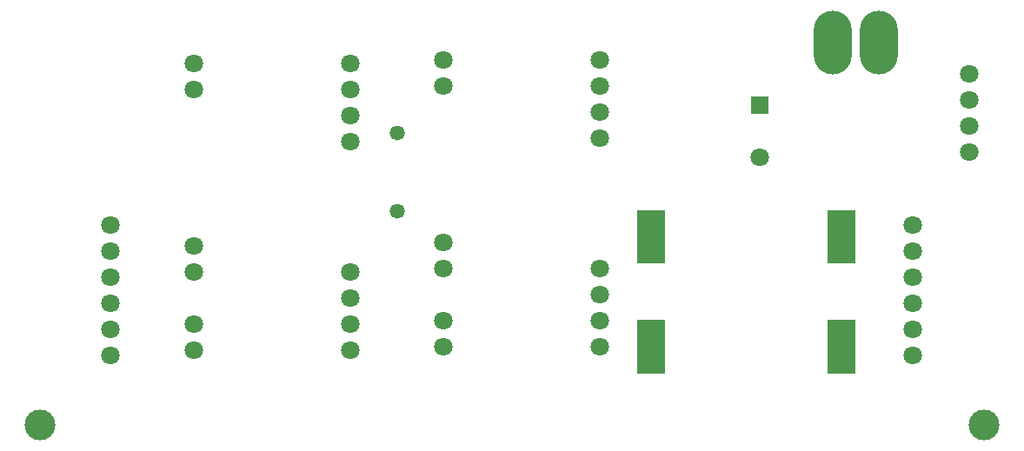
<source format=gbr>
G04 DipTrace 3.2.0.1*
G04 BottomMask.gbr*
%MOIN*%
G04 #@! TF.FileFunction,Soldermask,Bot*
G04 #@! TF.Part,Single*
%ADD31C,0.11811*%
%ADD37C,0.057874*%
%ADD39C,0.057874*%
%ADD41C,0.070866*%
%ADD43O,0.145669X0.244094*%
%ADD49R,0.070866X0.070866*%
%ADD51C,0.070866*%
%ADD53R,0.106299X0.106299*%
%FSLAX26Y26*%
G04*
G70*
G90*
G75*
G01*
G04 BotMask*
%LPD*%
D53*
X2858029Y1265566D3*
Y745369D3*
X3587950Y1265566D3*
Y745369D3*
X2858029Y1167455D3*
Y843597D3*
X3587950Y843873D3*
Y1167692D3*
D51*
X3273862Y1521243D3*
D49*
Y1721243D3*
D31*
X514589Y495054D3*
X4136636Y495408D3*
D43*
X3556072Y1960908D3*
X3732319Y1960528D3*
D41*
X4079220Y1841232D3*
Y1741232D3*
Y1641862D3*
Y1541232D3*
X3862935Y762955D3*
Y862955D3*
Y962955D3*
Y1062955D3*
Y1162955D3*
Y1262955D3*
X784906Y1262965D3*
Y1162965D3*
Y1062965D3*
Y962965D3*
Y862965D3*
Y762965D3*
X1106481Y1882113D3*
Y1782113D3*
Y882113D3*
Y782113D3*
X1706481Y1882073D3*
Y1782113D3*
Y1682113D3*
Y1582113D3*
Y1082113D3*
Y982113D3*
Y882113D3*
Y782113D3*
X1106481Y1082113D3*
Y1182113D3*
X2061727Y1893886D3*
Y1793886D3*
Y893886D3*
Y793886D3*
X2661727Y1893846D3*
Y1793886D3*
Y1693886D3*
Y1593886D3*
Y1093886D3*
Y993886D3*
Y893886D3*
Y793886D3*
X2061727Y1093886D3*
Y1193886D3*
D39*
X1884204Y1614647D3*
D37*
Y1314647D3*
M02*

</source>
